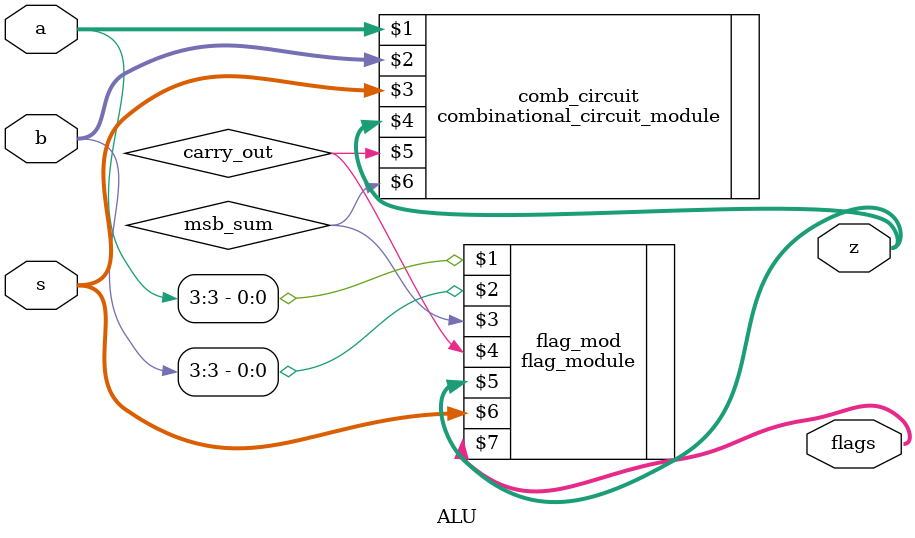
<source format=sv>
module ALU
	#(parameter N = 4)
	(input logic [N - 1 : 0] a, b, input logic [3:0] s, output logic [N - 1 : 0] z, output logic [3:0] flags);
	
	logic carry_out, msb_sum;
	
	combinational_circuit_module #(N) comb_circuit (a, b, s, z, carry_out, msb_sum);
	
	flag_module #(N) flag_mod (a[N - 1], b[N - 1], msb_sum, carry_out, z, s, flags);
	
endmodule 
</source>
